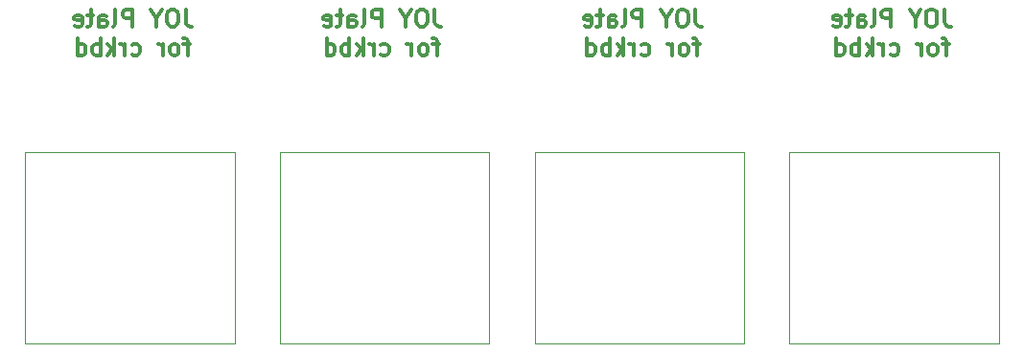
<source format=gbr>
%TF.GenerationSoftware,KiCad,Pcbnew,(5.1.10-1-10_14)*%
%TF.CreationDate,2021-07-07T01:14:00+09:00*%
%TF.ProjectId,StickPlate,53746963-6b50-46c6-9174-652e6b696361,rev?*%
%TF.SameCoordinates,Original*%
%TF.FileFunction,Legend,Bot*%
%TF.FilePolarity,Positive*%
%FSLAX46Y46*%
G04 Gerber Fmt 4.6, Leading zero omitted, Abs format (unit mm)*
G04 Created by KiCad (PCBNEW (5.1.10-1-10_14)) date 2021-07-07 01:14:00*
%MOMM*%
%LPD*%
G01*
G04 APERTURE LIST*
%ADD10C,0.120000*%
%ADD11C,0.300000*%
G04 APERTURE END LIST*
D10*
X195500000Y-113250000D02*
X195500000Y-96250000D01*
X177000000Y-113250000D02*
X195500000Y-113250000D01*
X218000000Y-96250000D02*
X199500000Y-96250000D01*
X199500000Y-96250000D02*
X199500000Y-113250000D01*
X199500000Y-113250000D02*
X218000000Y-113250000D01*
X218000000Y-113250000D02*
X218000000Y-96250000D01*
X177000000Y-96250000D02*
X177000000Y-113250000D01*
X195500000Y-96250000D02*
X177000000Y-96250000D01*
D11*
X213178571Y-83653571D02*
X213178571Y-84725000D01*
X213250000Y-84939285D01*
X213392857Y-85082142D01*
X213607142Y-85153571D01*
X213750000Y-85153571D01*
X212178571Y-83653571D02*
X211892857Y-83653571D01*
X211750000Y-83725000D01*
X211607142Y-83867857D01*
X211535714Y-84153571D01*
X211535714Y-84653571D01*
X211607142Y-84939285D01*
X211750000Y-85082142D01*
X211892857Y-85153571D01*
X212178571Y-85153571D01*
X212321428Y-85082142D01*
X212464285Y-84939285D01*
X212535714Y-84653571D01*
X212535714Y-84153571D01*
X212464285Y-83867857D01*
X212321428Y-83725000D01*
X212178571Y-83653571D01*
X210607142Y-84439285D02*
X210607142Y-85153571D01*
X211107142Y-83653571D02*
X210607142Y-84439285D01*
X210107142Y-83653571D01*
X208464285Y-85153571D02*
X208464285Y-83653571D01*
X207892857Y-83653571D01*
X207750000Y-83725000D01*
X207678571Y-83796428D01*
X207607142Y-83939285D01*
X207607142Y-84153571D01*
X207678571Y-84296428D01*
X207750000Y-84367857D01*
X207892857Y-84439285D01*
X208464285Y-84439285D01*
X206750000Y-85153571D02*
X206892857Y-85082142D01*
X206964285Y-84939285D01*
X206964285Y-83653571D01*
X205535714Y-85153571D02*
X205535714Y-84367857D01*
X205607142Y-84225000D01*
X205750000Y-84153571D01*
X206035714Y-84153571D01*
X206178571Y-84225000D01*
X205535714Y-85082142D02*
X205678571Y-85153571D01*
X206035714Y-85153571D01*
X206178571Y-85082142D01*
X206250000Y-84939285D01*
X206250000Y-84796428D01*
X206178571Y-84653571D01*
X206035714Y-84582142D01*
X205678571Y-84582142D01*
X205535714Y-84510714D01*
X205035714Y-84153571D02*
X204464285Y-84153571D01*
X204821428Y-83653571D02*
X204821428Y-84939285D01*
X204750000Y-85082142D01*
X204607142Y-85153571D01*
X204464285Y-85153571D01*
X203392857Y-85082142D02*
X203535714Y-85153571D01*
X203821428Y-85153571D01*
X203964285Y-85082142D01*
X204035714Y-84939285D01*
X204035714Y-84367857D01*
X203964285Y-84225000D01*
X203821428Y-84153571D01*
X203535714Y-84153571D01*
X203392857Y-84225000D01*
X203321428Y-84367857D01*
X203321428Y-84510714D01*
X204035714Y-84653571D01*
X213571428Y-86703571D02*
X213000000Y-86703571D01*
X213357142Y-87703571D02*
X213357142Y-86417857D01*
X213285714Y-86275000D01*
X213142857Y-86203571D01*
X213000000Y-86203571D01*
X212285714Y-87703571D02*
X212428571Y-87632142D01*
X212500000Y-87560714D01*
X212571428Y-87417857D01*
X212571428Y-86989285D01*
X212500000Y-86846428D01*
X212428571Y-86775000D01*
X212285714Y-86703571D01*
X212071428Y-86703571D01*
X211928571Y-86775000D01*
X211857142Y-86846428D01*
X211785714Y-86989285D01*
X211785714Y-87417857D01*
X211857142Y-87560714D01*
X211928571Y-87632142D01*
X212071428Y-87703571D01*
X212285714Y-87703571D01*
X211142857Y-87703571D02*
X211142857Y-86703571D01*
X211142857Y-86989285D02*
X211071428Y-86846428D01*
X211000000Y-86775000D01*
X210857142Y-86703571D01*
X210714285Y-86703571D01*
X208428571Y-87632142D02*
X208571428Y-87703571D01*
X208857142Y-87703571D01*
X209000000Y-87632142D01*
X209071428Y-87560714D01*
X209142857Y-87417857D01*
X209142857Y-86989285D01*
X209071428Y-86846428D01*
X209000000Y-86775000D01*
X208857142Y-86703571D01*
X208571428Y-86703571D01*
X208428571Y-86775000D01*
X207785714Y-87703571D02*
X207785714Y-86703571D01*
X207785714Y-86989285D02*
X207714285Y-86846428D01*
X207642857Y-86775000D01*
X207500000Y-86703571D01*
X207357142Y-86703571D01*
X206857142Y-87703571D02*
X206857142Y-86203571D01*
X206714285Y-87132142D02*
X206285714Y-87703571D01*
X206285714Y-86703571D02*
X206857142Y-87275000D01*
X205642857Y-87703571D02*
X205642857Y-86203571D01*
X205642857Y-86775000D02*
X205500000Y-86703571D01*
X205214285Y-86703571D01*
X205071428Y-86775000D01*
X205000000Y-86846428D01*
X204928571Y-86989285D01*
X204928571Y-87417857D01*
X205000000Y-87560714D01*
X205071428Y-87632142D01*
X205214285Y-87703571D01*
X205500000Y-87703571D01*
X205642857Y-87632142D01*
X203642857Y-87703571D02*
X203642857Y-86203571D01*
X203642857Y-87632142D02*
X203785714Y-87703571D01*
X204071428Y-87703571D01*
X204214285Y-87632142D01*
X204285714Y-87560714D01*
X204357142Y-87417857D01*
X204357142Y-86989285D01*
X204285714Y-86846428D01*
X204214285Y-86775000D01*
X204071428Y-86703571D01*
X203785714Y-86703571D01*
X203642857Y-86775000D01*
X191178571Y-83653571D02*
X191178571Y-84725000D01*
X191250000Y-84939285D01*
X191392857Y-85082142D01*
X191607142Y-85153571D01*
X191750000Y-85153571D01*
X190178571Y-83653571D02*
X189892857Y-83653571D01*
X189750000Y-83725000D01*
X189607142Y-83867857D01*
X189535714Y-84153571D01*
X189535714Y-84653571D01*
X189607142Y-84939285D01*
X189750000Y-85082142D01*
X189892857Y-85153571D01*
X190178571Y-85153571D01*
X190321428Y-85082142D01*
X190464285Y-84939285D01*
X190535714Y-84653571D01*
X190535714Y-84153571D01*
X190464285Y-83867857D01*
X190321428Y-83725000D01*
X190178571Y-83653571D01*
X188607142Y-84439285D02*
X188607142Y-85153571D01*
X189107142Y-83653571D02*
X188607142Y-84439285D01*
X188107142Y-83653571D01*
X186464285Y-85153571D02*
X186464285Y-83653571D01*
X185892857Y-83653571D01*
X185750000Y-83725000D01*
X185678571Y-83796428D01*
X185607142Y-83939285D01*
X185607142Y-84153571D01*
X185678571Y-84296428D01*
X185750000Y-84367857D01*
X185892857Y-84439285D01*
X186464285Y-84439285D01*
X184750000Y-85153571D02*
X184892857Y-85082142D01*
X184964285Y-84939285D01*
X184964285Y-83653571D01*
X183535714Y-85153571D02*
X183535714Y-84367857D01*
X183607142Y-84225000D01*
X183750000Y-84153571D01*
X184035714Y-84153571D01*
X184178571Y-84225000D01*
X183535714Y-85082142D02*
X183678571Y-85153571D01*
X184035714Y-85153571D01*
X184178571Y-85082142D01*
X184250000Y-84939285D01*
X184250000Y-84796428D01*
X184178571Y-84653571D01*
X184035714Y-84582142D01*
X183678571Y-84582142D01*
X183535714Y-84510714D01*
X183035714Y-84153571D02*
X182464285Y-84153571D01*
X182821428Y-83653571D02*
X182821428Y-84939285D01*
X182750000Y-85082142D01*
X182607142Y-85153571D01*
X182464285Y-85153571D01*
X181392857Y-85082142D02*
X181535714Y-85153571D01*
X181821428Y-85153571D01*
X181964285Y-85082142D01*
X182035714Y-84939285D01*
X182035714Y-84367857D01*
X181964285Y-84225000D01*
X181821428Y-84153571D01*
X181535714Y-84153571D01*
X181392857Y-84225000D01*
X181321428Y-84367857D01*
X181321428Y-84510714D01*
X182035714Y-84653571D01*
X191571428Y-86703571D02*
X191000000Y-86703571D01*
X191357142Y-87703571D02*
X191357142Y-86417857D01*
X191285714Y-86275000D01*
X191142857Y-86203571D01*
X191000000Y-86203571D01*
X190285714Y-87703571D02*
X190428571Y-87632142D01*
X190500000Y-87560714D01*
X190571428Y-87417857D01*
X190571428Y-86989285D01*
X190500000Y-86846428D01*
X190428571Y-86775000D01*
X190285714Y-86703571D01*
X190071428Y-86703571D01*
X189928571Y-86775000D01*
X189857142Y-86846428D01*
X189785714Y-86989285D01*
X189785714Y-87417857D01*
X189857142Y-87560714D01*
X189928571Y-87632142D01*
X190071428Y-87703571D01*
X190285714Y-87703571D01*
X189142857Y-87703571D02*
X189142857Y-86703571D01*
X189142857Y-86989285D02*
X189071428Y-86846428D01*
X189000000Y-86775000D01*
X188857142Y-86703571D01*
X188714285Y-86703571D01*
X186428571Y-87632142D02*
X186571428Y-87703571D01*
X186857142Y-87703571D01*
X187000000Y-87632142D01*
X187071428Y-87560714D01*
X187142857Y-87417857D01*
X187142857Y-86989285D01*
X187071428Y-86846428D01*
X187000000Y-86775000D01*
X186857142Y-86703571D01*
X186571428Y-86703571D01*
X186428571Y-86775000D01*
X185785714Y-87703571D02*
X185785714Y-86703571D01*
X185785714Y-86989285D02*
X185714285Y-86846428D01*
X185642857Y-86775000D01*
X185500000Y-86703571D01*
X185357142Y-86703571D01*
X184857142Y-87703571D02*
X184857142Y-86203571D01*
X184714285Y-87132142D02*
X184285714Y-87703571D01*
X184285714Y-86703571D02*
X184857142Y-87275000D01*
X183642857Y-87703571D02*
X183642857Y-86203571D01*
X183642857Y-86775000D02*
X183500000Y-86703571D01*
X183214285Y-86703571D01*
X183071428Y-86775000D01*
X183000000Y-86846428D01*
X182928571Y-86989285D01*
X182928571Y-87417857D01*
X183000000Y-87560714D01*
X183071428Y-87632142D01*
X183214285Y-87703571D01*
X183500000Y-87703571D01*
X183642857Y-87632142D01*
X181642857Y-87703571D02*
X181642857Y-86203571D01*
X181642857Y-87632142D02*
X181785714Y-87703571D01*
X182071428Y-87703571D01*
X182214285Y-87632142D01*
X182285714Y-87560714D01*
X182357142Y-87417857D01*
X182357142Y-86989285D01*
X182285714Y-86846428D01*
X182214285Y-86775000D01*
X182071428Y-86703571D01*
X181785714Y-86703571D01*
X181642857Y-86775000D01*
D10*
X150500000Y-113250000D02*
X150500000Y-96250000D01*
X132000000Y-113250000D02*
X150500000Y-113250000D01*
X132000000Y-96250000D02*
X132000000Y-113250000D01*
X150500000Y-96250000D02*
X132000000Y-96250000D01*
X173000000Y-113250000D02*
X173000000Y-96250000D01*
X154500000Y-113250000D02*
X173000000Y-113250000D01*
X154500000Y-96250000D02*
X154500000Y-113250000D01*
X173000000Y-96250000D02*
X154500000Y-96250000D01*
D11*
X168178571Y-83653571D02*
X168178571Y-84725000D01*
X168250000Y-84939285D01*
X168392857Y-85082142D01*
X168607142Y-85153571D01*
X168750000Y-85153571D01*
X167178571Y-83653571D02*
X166892857Y-83653571D01*
X166750000Y-83725000D01*
X166607142Y-83867857D01*
X166535714Y-84153571D01*
X166535714Y-84653571D01*
X166607142Y-84939285D01*
X166750000Y-85082142D01*
X166892857Y-85153571D01*
X167178571Y-85153571D01*
X167321428Y-85082142D01*
X167464285Y-84939285D01*
X167535714Y-84653571D01*
X167535714Y-84153571D01*
X167464285Y-83867857D01*
X167321428Y-83725000D01*
X167178571Y-83653571D01*
X165607142Y-84439285D02*
X165607142Y-85153571D01*
X166107142Y-83653571D02*
X165607142Y-84439285D01*
X165107142Y-83653571D01*
X163464285Y-85153571D02*
X163464285Y-83653571D01*
X162892857Y-83653571D01*
X162750000Y-83725000D01*
X162678571Y-83796428D01*
X162607142Y-83939285D01*
X162607142Y-84153571D01*
X162678571Y-84296428D01*
X162750000Y-84367857D01*
X162892857Y-84439285D01*
X163464285Y-84439285D01*
X161750000Y-85153571D02*
X161892857Y-85082142D01*
X161964285Y-84939285D01*
X161964285Y-83653571D01*
X160535714Y-85153571D02*
X160535714Y-84367857D01*
X160607142Y-84225000D01*
X160750000Y-84153571D01*
X161035714Y-84153571D01*
X161178571Y-84225000D01*
X160535714Y-85082142D02*
X160678571Y-85153571D01*
X161035714Y-85153571D01*
X161178571Y-85082142D01*
X161250000Y-84939285D01*
X161250000Y-84796428D01*
X161178571Y-84653571D01*
X161035714Y-84582142D01*
X160678571Y-84582142D01*
X160535714Y-84510714D01*
X160035714Y-84153571D02*
X159464285Y-84153571D01*
X159821428Y-83653571D02*
X159821428Y-84939285D01*
X159750000Y-85082142D01*
X159607142Y-85153571D01*
X159464285Y-85153571D01*
X158392857Y-85082142D02*
X158535714Y-85153571D01*
X158821428Y-85153571D01*
X158964285Y-85082142D01*
X159035714Y-84939285D01*
X159035714Y-84367857D01*
X158964285Y-84225000D01*
X158821428Y-84153571D01*
X158535714Y-84153571D01*
X158392857Y-84225000D01*
X158321428Y-84367857D01*
X158321428Y-84510714D01*
X159035714Y-84653571D01*
X168571428Y-86703571D02*
X168000000Y-86703571D01*
X168357142Y-87703571D02*
X168357142Y-86417857D01*
X168285714Y-86275000D01*
X168142857Y-86203571D01*
X168000000Y-86203571D01*
X167285714Y-87703571D02*
X167428571Y-87632142D01*
X167500000Y-87560714D01*
X167571428Y-87417857D01*
X167571428Y-86989285D01*
X167500000Y-86846428D01*
X167428571Y-86775000D01*
X167285714Y-86703571D01*
X167071428Y-86703571D01*
X166928571Y-86775000D01*
X166857142Y-86846428D01*
X166785714Y-86989285D01*
X166785714Y-87417857D01*
X166857142Y-87560714D01*
X166928571Y-87632142D01*
X167071428Y-87703571D01*
X167285714Y-87703571D01*
X166142857Y-87703571D02*
X166142857Y-86703571D01*
X166142857Y-86989285D02*
X166071428Y-86846428D01*
X166000000Y-86775000D01*
X165857142Y-86703571D01*
X165714285Y-86703571D01*
X163428571Y-87632142D02*
X163571428Y-87703571D01*
X163857142Y-87703571D01*
X164000000Y-87632142D01*
X164071428Y-87560714D01*
X164142857Y-87417857D01*
X164142857Y-86989285D01*
X164071428Y-86846428D01*
X164000000Y-86775000D01*
X163857142Y-86703571D01*
X163571428Y-86703571D01*
X163428571Y-86775000D01*
X162785714Y-87703571D02*
X162785714Y-86703571D01*
X162785714Y-86989285D02*
X162714285Y-86846428D01*
X162642857Y-86775000D01*
X162500000Y-86703571D01*
X162357142Y-86703571D01*
X161857142Y-87703571D02*
X161857142Y-86203571D01*
X161714285Y-87132142D02*
X161285714Y-87703571D01*
X161285714Y-86703571D02*
X161857142Y-87275000D01*
X160642857Y-87703571D02*
X160642857Y-86203571D01*
X160642857Y-86775000D02*
X160500000Y-86703571D01*
X160214285Y-86703571D01*
X160071428Y-86775000D01*
X160000000Y-86846428D01*
X159928571Y-86989285D01*
X159928571Y-87417857D01*
X160000000Y-87560714D01*
X160071428Y-87632142D01*
X160214285Y-87703571D01*
X160500000Y-87703571D01*
X160642857Y-87632142D01*
X158642857Y-87703571D02*
X158642857Y-86203571D01*
X158642857Y-87632142D02*
X158785714Y-87703571D01*
X159071428Y-87703571D01*
X159214285Y-87632142D01*
X159285714Y-87560714D01*
X159357142Y-87417857D01*
X159357142Y-86989285D01*
X159285714Y-86846428D01*
X159214285Y-86775000D01*
X159071428Y-86703571D01*
X158785714Y-86703571D01*
X158642857Y-86775000D01*
X146178571Y-83653571D02*
X146178571Y-84725000D01*
X146250000Y-84939285D01*
X146392857Y-85082142D01*
X146607142Y-85153571D01*
X146750000Y-85153571D01*
X145178571Y-83653571D02*
X144892857Y-83653571D01*
X144750000Y-83725000D01*
X144607142Y-83867857D01*
X144535714Y-84153571D01*
X144535714Y-84653571D01*
X144607142Y-84939285D01*
X144750000Y-85082142D01*
X144892857Y-85153571D01*
X145178571Y-85153571D01*
X145321428Y-85082142D01*
X145464285Y-84939285D01*
X145535714Y-84653571D01*
X145535714Y-84153571D01*
X145464285Y-83867857D01*
X145321428Y-83725000D01*
X145178571Y-83653571D01*
X143607142Y-84439285D02*
X143607142Y-85153571D01*
X144107142Y-83653571D02*
X143607142Y-84439285D01*
X143107142Y-83653571D01*
X141464285Y-85153571D02*
X141464285Y-83653571D01*
X140892857Y-83653571D01*
X140750000Y-83725000D01*
X140678571Y-83796428D01*
X140607142Y-83939285D01*
X140607142Y-84153571D01*
X140678571Y-84296428D01*
X140750000Y-84367857D01*
X140892857Y-84439285D01*
X141464285Y-84439285D01*
X139750000Y-85153571D02*
X139892857Y-85082142D01*
X139964285Y-84939285D01*
X139964285Y-83653571D01*
X138535714Y-85153571D02*
X138535714Y-84367857D01*
X138607142Y-84225000D01*
X138750000Y-84153571D01*
X139035714Y-84153571D01*
X139178571Y-84225000D01*
X138535714Y-85082142D02*
X138678571Y-85153571D01*
X139035714Y-85153571D01*
X139178571Y-85082142D01*
X139250000Y-84939285D01*
X139250000Y-84796428D01*
X139178571Y-84653571D01*
X139035714Y-84582142D01*
X138678571Y-84582142D01*
X138535714Y-84510714D01*
X138035714Y-84153571D02*
X137464285Y-84153571D01*
X137821428Y-83653571D02*
X137821428Y-84939285D01*
X137750000Y-85082142D01*
X137607142Y-85153571D01*
X137464285Y-85153571D01*
X136392857Y-85082142D02*
X136535714Y-85153571D01*
X136821428Y-85153571D01*
X136964285Y-85082142D01*
X137035714Y-84939285D01*
X137035714Y-84367857D01*
X136964285Y-84225000D01*
X136821428Y-84153571D01*
X136535714Y-84153571D01*
X136392857Y-84225000D01*
X136321428Y-84367857D01*
X136321428Y-84510714D01*
X137035714Y-84653571D01*
X146571428Y-86703571D02*
X146000000Y-86703571D01*
X146357142Y-87703571D02*
X146357142Y-86417857D01*
X146285714Y-86275000D01*
X146142857Y-86203571D01*
X146000000Y-86203571D01*
X145285714Y-87703571D02*
X145428571Y-87632142D01*
X145500000Y-87560714D01*
X145571428Y-87417857D01*
X145571428Y-86989285D01*
X145500000Y-86846428D01*
X145428571Y-86775000D01*
X145285714Y-86703571D01*
X145071428Y-86703571D01*
X144928571Y-86775000D01*
X144857142Y-86846428D01*
X144785714Y-86989285D01*
X144785714Y-87417857D01*
X144857142Y-87560714D01*
X144928571Y-87632142D01*
X145071428Y-87703571D01*
X145285714Y-87703571D01*
X144142857Y-87703571D02*
X144142857Y-86703571D01*
X144142857Y-86989285D02*
X144071428Y-86846428D01*
X144000000Y-86775000D01*
X143857142Y-86703571D01*
X143714285Y-86703571D01*
X141428571Y-87632142D02*
X141571428Y-87703571D01*
X141857142Y-87703571D01*
X142000000Y-87632142D01*
X142071428Y-87560714D01*
X142142857Y-87417857D01*
X142142857Y-86989285D01*
X142071428Y-86846428D01*
X142000000Y-86775000D01*
X141857142Y-86703571D01*
X141571428Y-86703571D01*
X141428571Y-86775000D01*
X140785714Y-87703571D02*
X140785714Y-86703571D01*
X140785714Y-86989285D02*
X140714285Y-86846428D01*
X140642857Y-86775000D01*
X140500000Y-86703571D01*
X140357142Y-86703571D01*
X139857142Y-87703571D02*
X139857142Y-86203571D01*
X139714285Y-87132142D02*
X139285714Y-87703571D01*
X139285714Y-86703571D02*
X139857142Y-87275000D01*
X138642857Y-87703571D02*
X138642857Y-86203571D01*
X138642857Y-86775000D02*
X138500000Y-86703571D01*
X138214285Y-86703571D01*
X138071428Y-86775000D01*
X138000000Y-86846428D01*
X137928571Y-86989285D01*
X137928571Y-87417857D01*
X138000000Y-87560714D01*
X138071428Y-87632142D01*
X138214285Y-87703571D01*
X138500000Y-87703571D01*
X138642857Y-87632142D01*
X136642857Y-87703571D02*
X136642857Y-86203571D01*
X136642857Y-87632142D02*
X136785714Y-87703571D01*
X137071428Y-87703571D01*
X137214285Y-87632142D01*
X137285714Y-87560714D01*
X137357142Y-87417857D01*
X137357142Y-86989285D01*
X137285714Y-86846428D01*
X137214285Y-86775000D01*
X137071428Y-86703571D01*
X136785714Y-86703571D01*
X136642857Y-86775000D01*
M02*

</source>
